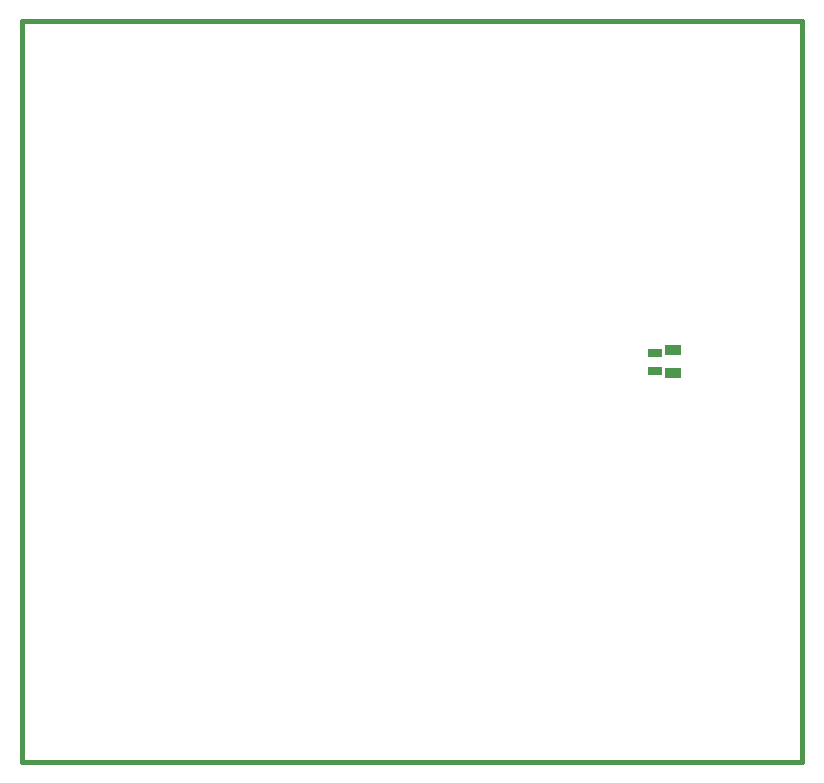
<source format=gbp>
G04 (created by PCBNEW-RS274X (2010-03-14)-final) date jue 03 nov 2011 22:05:38 ART*
G01*
G70*
G90*
%MOIN*%
G04 Gerber Fmt 3.4, Leading zero omitted, Abs format*
%FSLAX34Y34*%
G04 APERTURE LIST*
%ADD10C,0.000100*%
%ADD11C,0.015000*%
%ADD12R,0.055000X0.035000*%
%ADD13R,0.045000X0.025000*%
G04 APERTURE END LIST*
G54D10*
G54D11*
X41250Y-29200D02*
X41400Y-29200D01*
X41250Y-53900D02*
X41250Y-29200D01*
X41400Y-53900D02*
X41250Y-53900D01*
X41550Y-53900D02*
X41400Y-53900D01*
X41700Y-53900D02*
X41550Y-53900D01*
X41850Y-53900D02*
X41700Y-53900D01*
X67250Y-53900D02*
X41850Y-53900D01*
X67250Y-29200D02*
X67250Y-53900D01*
X67150Y-29200D02*
X67250Y-29200D01*
X41300Y-29200D02*
X67150Y-29200D01*
G54D12*
X62950Y-40175D03*
X62950Y-40925D03*
G54D13*
X62350Y-40250D03*
X62350Y-40850D03*
M02*

</source>
